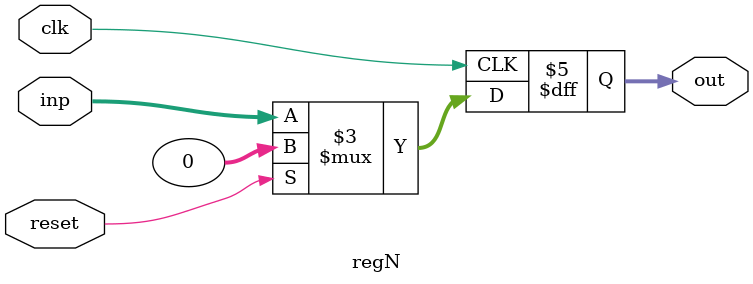
<source format=v>
module regN #(
    parameter N = 32
) (
    clk,
    reset,
    inp,
    out
);
  input clk, reset;
  output reg [N-1:0] out;
  input [N-1:0] inp;
  always @(posedge clk) begin
    if (reset) out <= 1'b0;
    else out <= inp;
  end
endmodule
</source>
